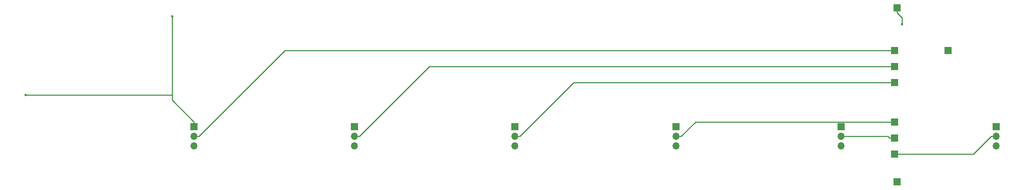
<source format=gbr>
G04 #@! TF.GenerationSoftware,KiCad,Pcbnew,5.1.3-ffb9f22~84~ubuntu18.04.1*
G04 #@! TF.CreationDate,2019-07-30T21:27:14-07:00*
G04 #@! TF.ProjectId,Blinkers,426c696e-6b65-4727-932e-6b696361645f,rev?*
G04 #@! TF.SameCoordinates,Original*
G04 #@! TF.FileFunction,Copper,L2,Bot*
G04 #@! TF.FilePolarity,Positive*
%FSLAX46Y46*%
G04 Gerber Fmt 4.6, Leading zero omitted, Abs format (unit mm)*
G04 Created by KiCad (PCBNEW 5.1.3-ffb9f22~84~ubuntu18.04.1) date 2019-07-30 21:27:14*
%MOMM*%
%LPD*%
G04 APERTURE LIST*
%ADD10R,1.700000X1.700000*%
%ADD11O,1.700000X1.700000*%
%ADD12C,0.600000*%
%ADD13C,0.250000*%
G04 APERTURE END LIST*
D10*
X241300000Y-95250000D03*
X228600000Y-116070000D03*
X228600000Y-112260000D03*
X228600000Y-99060000D03*
X228600000Y-95250000D03*
X62230000Y-113362000D03*
D11*
X62230000Y-115648000D03*
X62230000Y-117934000D03*
D10*
X229200000Y-85090000D03*
X229200000Y-126470000D03*
X228600000Y-119880000D03*
D11*
X100330000Y-117934000D03*
X100330000Y-115648000D03*
D10*
X100330000Y-113362000D03*
D11*
X138430000Y-117934000D03*
X138430000Y-115648000D03*
D10*
X138430000Y-113362000D03*
X228600000Y-102870000D03*
D11*
X176710000Y-117934000D03*
X176710000Y-115648000D03*
D10*
X176710000Y-113362000D03*
D11*
X215900000Y-117934000D03*
X215900000Y-115648000D03*
D10*
X215900000Y-113362000D03*
D11*
X252730000Y-117934000D03*
X252730000Y-115648000D03*
D10*
X252730000Y-113362000D03*
D12*
X22281600Y-105779300D03*
X57059700Y-87042400D03*
X230378900Y-88928400D03*
D13*
X57059700Y-105779300D02*
X57059700Y-87042400D01*
X57059700Y-105779300D02*
X22281600Y-105779300D01*
X62230000Y-112186700D02*
X57059700Y-107016400D01*
X57059700Y-107016400D02*
X57059700Y-105779300D01*
X62230000Y-113362000D02*
X62230000Y-112186700D01*
X229200000Y-85090000D02*
X229200000Y-86265300D01*
X229200000Y-86265300D02*
X230378900Y-87444200D01*
X230378900Y-87444200D02*
X230378900Y-88928400D01*
X62230000Y-115648000D02*
X63405300Y-115648000D01*
X63405300Y-115648000D02*
X83803300Y-95250000D01*
X83803300Y-95250000D02*
X228600000Y-95250000D01*
X101505300Y-115648000D02*
X118093300Y-99060000D01*
X118093300Y-99060000D02*
X228600000Y-99060000D01*
X100330000Y-115648000D02*
X101505300Y-115648000D01*
X252730000Y-115648000D02*
X251554700Y-115648000D01*
X251554700Y-115648000D02*
X247322700Y-119880000D01*
X247322700Y-119880000D02*
X228600000Y-119880000D01*
X139605300Y-115648000D02*
X152383300Y-102870000D01*
X152383300Y-102870000D02*
X228600000Y-102870000D01*
X138430000Y-115648000D02*
X139605300Y-115648000D01*
X228600000Y-112260000D02*
X227424700Y-112260000D01*
X176710000Y-115648000D02*
X177885300Y-115648000D01*
X177885300Y-115648000D02*
X181346700Y-112186600D01*
X181346700Y-112186600D02*
X227351300Y-112186600D01*
X227351300Y-112186600D02*
X227424700Y-112260000D01*
X228600000Y-116070000D02*
X227424700Y-116070000D01*
X215900000Y-115648000D02*
X227002700Y-115648000D01*
X227002700Y-115648000D02*
X227424700Y-116070000D01*
M02*

</source>
